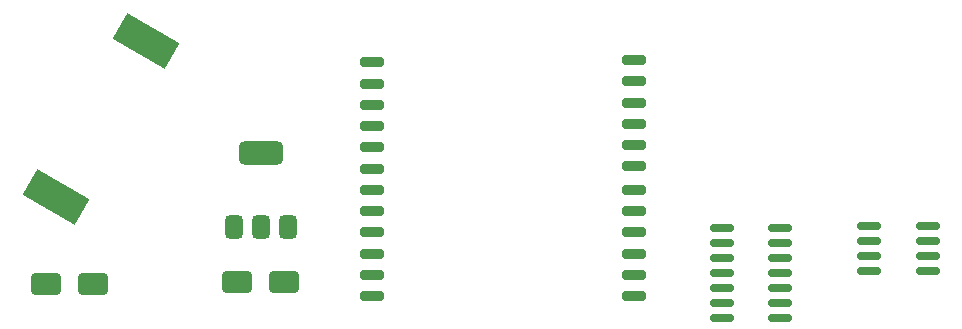
<source format=gbr>
%TF.GenerationSoftware,KiCad,Pcbnew,8.0.3*%
%TF.CreationDate,2024-07-31T17:37:35+08:00*%
%TF.ProjectId,pcb,7063622e-6b69-4636-9164-5f7063625858,rev?*%
%TF.SameCoordinates,Original*%
%TF.FileFunction,Paste,Top*%
%TF.FilePolarity,Positive*%
%FSLAX46Y46*%
G04 Gerber Fmt 4.6, Leading zero omitted, Abs format (unit mm)*
G04 Created by KiCad (PCBNEW 8.0.3) date 2024-07-31 17:37:35*
%MOMM*%
%LPD*%
G01*
G04 APERTURE LIST*
G04 Aperture macros list*
%AMRoundRect*
0 Rectangle with rounded corners*
0 $1 Rounding radius*
0 $2 $3 $4 $5 $6 $7 $8 $9 X,Y pos of 4 corners*
0 Add a 4 corners polygon primitive as box body*
4,1,4,$2,$3,$4,$5,$6,$7,$8,$9,$2,$3,0*
0 Add four circle primitives for the rounded corners*
1,1,$1+$1,$2,$3*
1,1,$1+$1,$4,$5*
1,1,$1+$1,$6,$7*
1,1,$1+$1,$8,$9*
0 Add four rect primitives between the rounded corners*
20,1,$1+$1,$2,$3,$4,$5,0*
20,1,$1+$1,$4,$5,$6,$7,0*
20,1,$1+$1,$6,$7,$8,$9,0*
20,1,$1+$1,$8,$9,$2,$3,0*%
%AMRotRect*
0 Rectangle, with rotation*
0 The origin of the aperture is its center*
0 $1 length*
0 $2 width*
0 $3 Rotation angle, in degrees counterclockwise*
0 Add horizontal line*
21,1,$1,$2,0,0,$3*%
G04 Aperture macros list end*
%ADD10RoundRect,0.250000X-1.000000X-0.650000X1.000000X-0.650000X1.000000X0.650000X-1.000000X0.650000X0*%
%ADD11RoundRect,0.150000X-0.825000X-0.150000X0.825000X-0.150000X0.825000X0.150000X-0.825000X0.150000X0*%
%ADD12RotRect,2.500000X5.100000X240.000000*%
%ADD13RoundRect,0.200000X-0.800000X-0.200000X0.800000X-0.200000X0.800000X0.200000X-0.800000X0.200000X0*%
%ADD14RoundRect,0.375000X0.375000X-0.625000X0.375000X0.625000X-0.375000X0.625000X-0.375000X-0.625000X0*%
%ADD15RoundRect,0.500000X1.400000X-0.500000X1.400000X0.500000X-1.400000X0.500000X-1.400000X-0.500000X0*%
G04 APERTURE END LIST*
D10*
%TO.C,D3*%
X102485000Y-83780000D03*
X106485000Y-83780000D03*
%TD*%
%TO.C,D2*%
X90332500Y-84000000D03*
X86332500Y-84000000D03*
%TD*%
D11*
%TO.C,U3*%
X148475000Y-79190000D03*
X148475000Y-80460000D03*
X148475000Y-81730000D03*
X148475000Y-83000000D03*
X148475000Y-84270000D03*
X148475000Y-85540000D03*
X148475000Y-86810000D03*
X143525000Y-86810000D03*
X143525000Y-85540000D03*
X143525000Y-84270000D03*
X143525000Y-83000000D03*
X143525000Y-81730000D03*
X143525000Y-80460000D03*
X143525000Y-79190000D03*
%TD*%
%TO.C,U4*%
X160975000Y-79095000D03*
X160975000Y-80365000D03*
X160975000Y-81635000D03*
X160975000Y-82905000D03*
X156025000Y-82905000D03*
X156025000Y-81635000D03*
X156025000Y-80365000D03*
X156025000Y-79095000D03*
%TD*%
D12*
%TO.C,BT1*%
X94800000Y-63418207D03*
X87200000Y-76581793D03*
%TD*%
D13*
%TO.C,U2*%
X113900000Y-65200000D03*
X113900000Y-67000000D03*
X113900000Y-68800000D03*
X113900000Y-70600000D03*
X113900000Y-72400000D03*
X113900000Y-74200000D03*
X113900000Y-76000000D03*
X113900000Y-77800000D03*
X113900000Y-79600000D03*
X113900000Y-81400000D03*
X113900000Y-83200000D03*
X113900000Y-85000000D03*
X136100000Y-85000000D03*
X136100000Y-83200000D03*
X136100000Y-81400000D03*
X136100000Y-79600000D03*
X136100000Y-77800000D03*
X136100000Y-76000000D03*
X136100000Y-74000000D03*
X136100000Y-72200000D03*
X136100000Y-70400000D03*
X136100000Y-68600000D03*
X136100000Y-66800000D03*
X136100000Y-65000000D03*
%TD*%
D14*
%TO.C,U1*%
X106800000Y-79150000D03*
D15*
X104500000Y-72850000D03*
D14*
X104500000Y-79150000D03*
X102200000Y-79150000D03*
%TD*%
M02*

</source>
